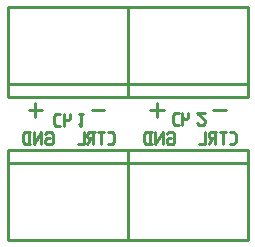
<source format=gbr>
G04 start of page 8 for group -4078 idx -4078 *
G04 Title: (unknown), bottomsilk *
G04 Creator: pcb 20110918 *
G04 CreationDate: Mon 25 Mar 2013 04:22:40 AM GMT UTC *
G04 For: ndholmes *
G04 Format: Gerber/RS-274X *
G04 PCB-Dimensions: 83000 80000 *
G04 PCB-Coordinate-Origin: lower left *
%MOIN*%
%FSLAX25Y25*%
%LNBOTTOMSILK*%
%ADD36C,0.0100*%
G54D36*X55000Y37000D02*X54500Y36500D01*
X55000Y37000D02*X56500D01*
X57000Y36500D02*X56500Y37000D01*
X57000Y33500D02*Y36500D01*
Y33500D02*X56500Y33000D01*
X55000D02*X56500D01*
X55000D02*X54500Y33500D01*
Y34500D01*
X55000Y35000D02*X54500Y34500D01*
X55000Y35000D02*X56000D01*
X53300Y33000D02*Y37000D01*
X50800Y33000D01*
Y37000D01*
X49100Y33000D02*Y37000D01*
X47800D02*X47100Y36300D01*
Y33700D02*Y36300D01*
X47800Y33000D02*X47100Y33700D01*
X47800Y33000D02*X49600D01*
X47800Y37000D02*X49600D01*
X75500Y33000D02*X76800D01*
X77500Y33700D02*X76800Y33000D01*
X77500Y33700D02*Y36300D01*
X76800Y37000D01*
X75500D02*X76800D01*
X72300D02*X74300D01*
X73300Y33000D02*Y37000D01*
X69100D02*X71100D01*
X69100D02*X68600Y36500D01*
Y35500D02*Y36500D01*
X69100Y35000D02*X68600Y35500D01*
X69100Y35000D02*X70600D01*
Y33000D02*Y37000D01*
X69800Y35000D02*X68600Y33000D01*
X67400D02*Y37000D01*
X65400Y33000D02*X67400D01*
X14500Y37000D02*X14000Y36500D01*
X14500Y37000D02*X16000D01*
X16500Y36500D02*X16000Y37000D01*
X16500Y33500D02*Y36500D01*
Y33500D02*X16000Y33000D01*
X14500D02*X16000D01*
X14500D02*X14000Y33500D01*
Y34500D01*
X14500Y35000D02*X14000Y34500D01*
X14500Y35000D02*X15500D01*
X12800Y33000D02*Y37000D01*
X10300Y33000D01*
Y37000D01*
X8600Y33000D02*Y37000D01*
X7300D02*X6600Y36300D01*
Y33700D02*Y36300D01*
X7300Y33000D02*X6600Y33700D01*
X7300Y33000D02*X9100D01*
X7300Y37000D02*X9100D01*
X35000Y33000D02*X36300D01*
X37000Y33700D02*X36300Y33000D01*
X37000Y33700D02*Y36300D01*
X36300Y37000D01*
X35000D02*X36300D01*
X31800D02*X33800D01*
X32800Y33000D02*Y37000D01*
X28600D02*X30600D01*
X28600D02*X28100Y36500D01*
Y35500D02*Y36500D01*
X28600Y35000D02*X28100Y35500D01*
X28600Y35000D02*X30100D01*
Y33000D02*Y37000D01*
X29300Y35000D02*X28100Y33000D01*
X26900D02*Y37000D01*
X24900Y33000D02*X26900D01*
X8500Y44400D02*X13100D01*
X10800Y42100D02*Y46700D01*
X29500Y44300D02*X33700D01*
X17700Y43000D02*X19000D01*
X17000Y42300D02*X17700Y43000D01*
X17000Y39700D02*Y42300D01*
Y39700D02*X17700Y39000D01*
X19000D01*
X20200D02*Y43000D01*
Y41500D02*X20700Y41000D01*
X21700D01*
X22200Y41500D01*
Y43000D01*
X25200Y39800D02*X26000Y39000D01*
Y43000D01*
X25200D02*X26700D01*
X49000Y44400D02*X53600D01*
X51300Y42100D02*Y46700D01*
X70000Y44300D02*X74200D01*
X57200Y43500D02*X58500D01*
X56500Y42800D02*X57200Y43500D01*
X56500Y40200D02*Y42800D01*
Y40200D02*X57200Y39500D01*
X58500D01*
X59700D02*Y43500D01*
Y42000D02*X60200Y41500D01*
X61200D01*
X61700Y42000D01*
Y43500D01*
X64700Y40000D02*X65200Y39500D01*
X66700D01*
X67200Y40000D01*
Y41000D01*
X64700Y43500D02*X67200Y41000D01*
X64700Y43500D02*X67200D01*
X1500Y1200D02*X41500D01*
X1500Y31200D02*X41500D01*
X1500Y26800D02*X41500D01*
Y1200D02*Y31200D01*
X1500Y1200D02*Y31200D01*
Y78800D02*X41500D01*
X1500Y48800D02*X41500D01*
X1500Y53200D02*X41500D01*
X1500Y48800D02*Y78800D01*
X41500Y48800D02*Y78800D01*
Y1200D02*X81500D01*
X41500Y31200D02*X81500D01*
X41500Y26800D02*X81500D01*
Y1200D02*Y31200D01*
X41500Y1200D02*Y31200D01*
Y78800D02*X81500D01*
X41500Y48800D02*X81500D01*
X41500Y53200D02*X81500D01*
X41500Y48800D02*Y78800D01*
X81500Y48800D02*Y78800D01*
M02*

</source>
